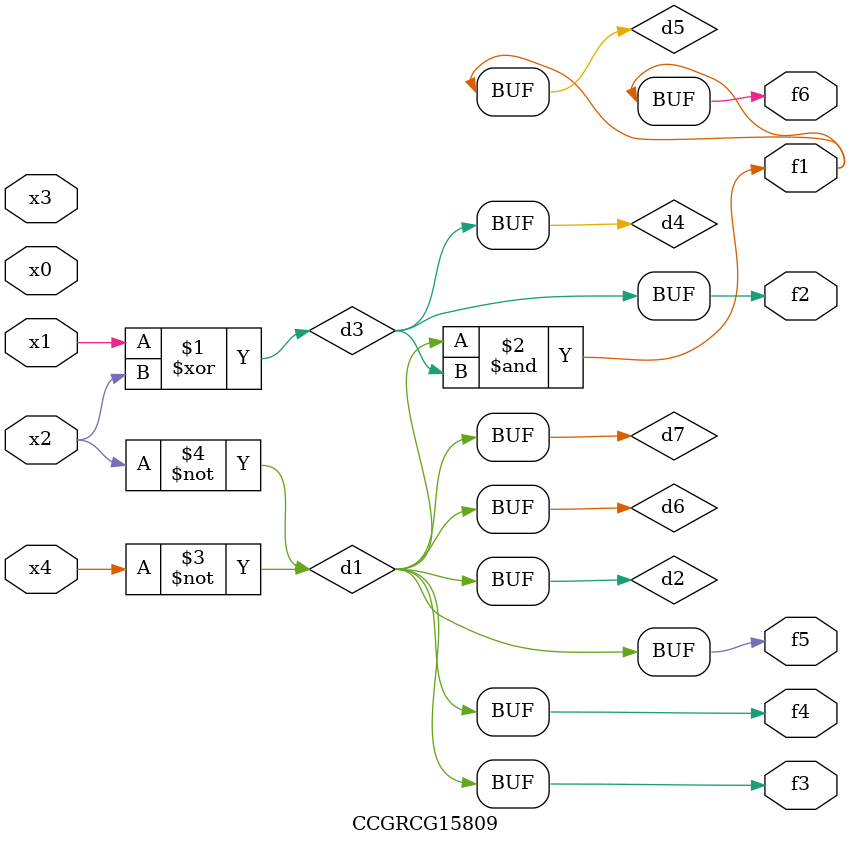
<source format=v>
module CCGRCG15809(
	input x0, x1, x2, x3, x4,
	output f1, f2, f3, f4, f5, f6
);

	wire d1, d2, d3, d4, d5, d6, d7;

	not (d1, x4);
	not (d2, x2);
	xor (d3, x1, x2);
	buf (d4, d3);
	and (d5, d1, d3);
	buf (d6, d1, d2);
	buf (d7, d2);
	assign f1 = d5;
	assign f2 = d4;
	assign f3 = d7;
	assign f4 = d7;
	assign f5 = d7;
	assign f6 = d5;
endmodule

</source>
